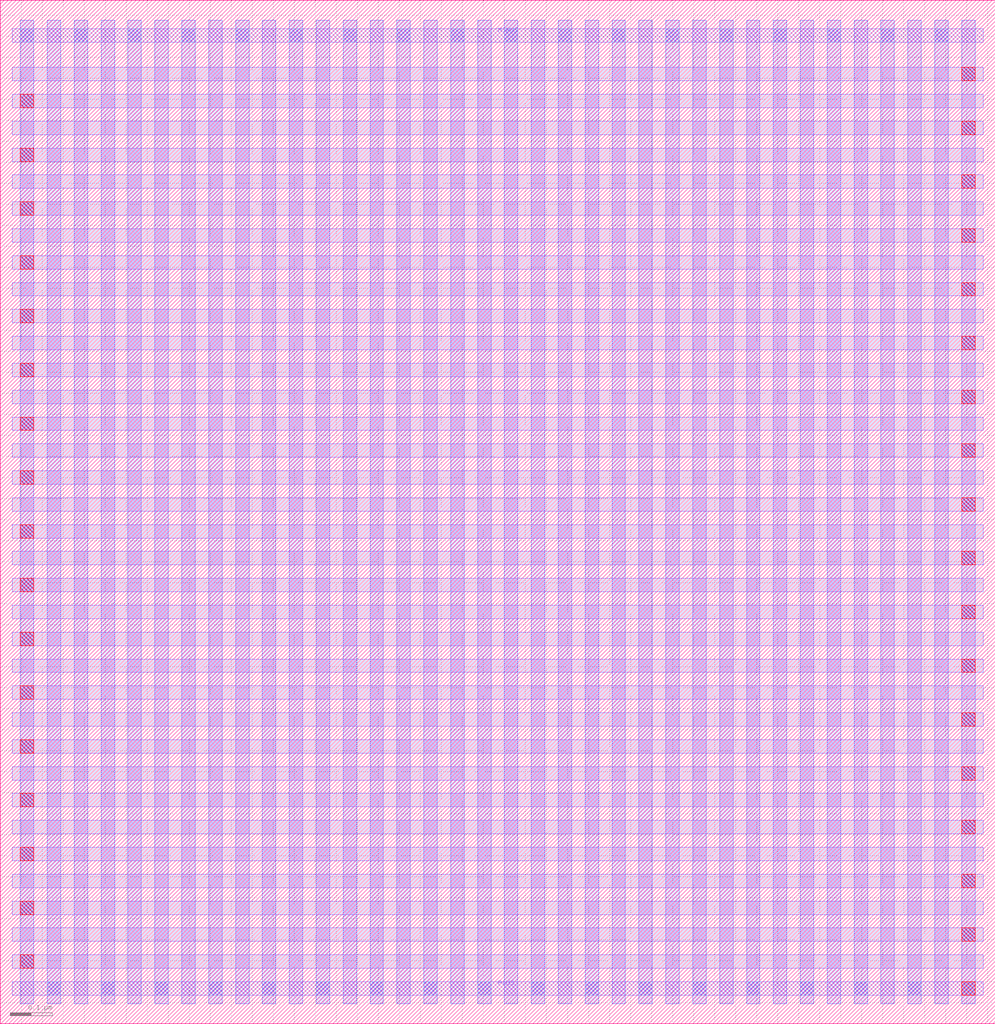
<source format=lef>
MACRO cap_test
  ORIGIN 0 0 ;
  FOREIGN cap_test 0 0 ;
  SIZE 2.3680 BY 2.4360 ;
  PIN PLUS
    DIRECTION INOUT ;
    USE SIGNAL ;
    PORT
      LAYER M2 ;
        RECT 0.0280 0.0680 2.3400 0.1000 ;
    END
  END PLUS
  PIN MINUS
    DIRECTION INOUT ;
    USE SIGNAL ;
    PORT
      LAYER M2 ;
        RECT 0.0280 2.3360 2.3400 2.3680 ;
    END
  END MINUS
  OBS
    LAYER M1 ;
      RECT 0.0480 0.0480 0.0800 2.3880 ;
    LAYER M3 ;
      RECT 0.0480 0.0480 0.0800 2.3880 ;
    LAYER V1 ;
      RECT 0.0480 2.3360 0.0800 2.3680 ;
    LAYER V1 ;
      RECT 0.0480 2.3360 0.0800 2.3680 ;
    LAYER M1 ;
      RECT 0.1120 0.0480 0.1440 2.3880 ;
    LAYER M3 ;
      RECT 0.1120 0.0480 0.1440 2.3880 ;
    LAYER V1 ;
      RECT 0.1120 0.0680 0.1440 0.1000 ;
    LAYER V1 ;
      RECT 0.1120 0.0680 0.1440 0.1000 ;
    LAYER M1 ;
      RECT 0.1760 0.0480 0.2080 2.3880 ;
    LAYER M3 ;
      RECT 0.1760 0.0480 0.2080 2.3880 ;
    LAYER V1 ;
      RECT 0.1760 2.3360 0.2080 2.3680 ;
    LAYER V1 ;
      RECT 0.1760 2.3360 0.2080 2.3680 ;
    LAYER M1 ;
      RECT 0.2400 0.0480 0.2720 2.3880 ;
    LAYER M3 ;
      RECT 0.2400 0.0480 0.2720 2.3880 ;
    LAYER V1 ;
      RECT 0.2400 0.0680 0.2720 0.1000 ;
    LAYER V1 ;
      RECT 0.2400 0.0680 0.2720 0.1000 ;
    LAYER M1 ;
      RECT 0.3040 0.0480 0.3360 2.3880 ;
    LAYER M3 ;
      RECT 0.3040 0.0480 0.3360 2.3880 ;
    LAYER V1 ;
      RECT 0.3040 2.3360 0.3360 2.3680 ;
    LAYER V1 ;
      RECT 0.3040 2.3360 0.3360 2.3680 ;
    LAYER M1 ;
      RECT 0.3680 0.0480 0.4000 2.3880 ;
    LAYER M3 ;
      RECT 0.3680 0.0480 0.4000 2.3880 ;
    LAYER V1 ;
      RECT 0.3680 0.0680 0.4000 0.1000 ;
    LAYER V1 ;
      RECT 0.3680 0.0680 0.4000 0.1000 ;
    LAYER M1 ;
      RECT 0.4320 0.0480 0.4640 2.3880 ;
    LAYER M3 ;
      RECT 0.4320 0.0480 0.4640 2.3880 ;
    LAYER V1 ;
      RECT 0.4320 2.3360 0.4640 2.3680 ;
    LAYER V1 ;
      RECT 0.4320 2.3360 0.4640 2.3680 ;
    LAYER M1 ;
      RECT 0.4960 0.0480 0.5280 2.3880 ;
    LAYER M3 ;
      RECT 0.4960 0.0480 0.5280 2.3880 ;
    LAYER V1 ;
      RECT 0.4960 0.0680 0.5280 0.1000 ;
    LAYER V1 ;
      RECT 0.4960 0.0680 0.5280 0.1000 ;
    LAYER M1 ;
      RECT 0.5600 0.0480 0.5920 2.3880 ;
    LAYER M3 ;
      RECT 0.5600 0.0480 0.5920 2.3880 ;
    LAYER V1 ;
      RECT 0.5600 2.3360 0.5920 2.3680 ;
    LAYER V1 ;
      RECT 0.5600 2.3360 0.5920 2.3680 ;
    LAYER M1 ;
      RECT 0.6240 0.0480 0.6560 2.3880 ;
    LAYER M3 ;
      RECT 0.6240 0.0480 0.6560 2.3880 ;
    LAYER V1 ;
      RECT 0.6240 0.0680 0.6560 0.1000 ;
    LAYER V1 ;
      RECT 0.6240 0.0680 0.6560 0.1000 ;
    LAYER M1 ;
      RECT 0.6880 0.0480 0.7200 2.3880 ;
    LAYER M3 ;
      RECT 0.6880 0.0480 0.7200 2.3880 ;
    LAYER V1 ;
      RECT 0.6880 2.3360 0.7200 2.3680 ;
    LAYER V1 ;
      RECT 0.6880 2.3360 0.7200 2.3680 ;
    LAYER M1 ;
      RECT 0.7520 0.0480 0.7840 2.3880 ;
    LAYER M3 ;
      RECT 0.7520 0.0480 0.7840 2.3880 ;
    LAYER V1 ;
      RECT 0.7520 0.0680 0.7840 0.1000 ;
    LAYER V1 ;
      RECT 0.7520 0.0680 0.7840 0.1000 ;
    LAYER M1 ;
      RECT 0.8160 0.0480 0.8480 2.3880 ;
    LAYER M3 ;
      RECT 0.8160 0.0480 0.8480 2.3880 ;
    LAYER V1 ;
      RECT 0.8160 2.3360 0.8480 2.3680 ;
    LAYER V1 ;
      RECT 0.8160 2.3360 0.8480 2.3680 ;
    LAYER M1 ;
      RECT 0.8800 0.0480 0.9120 2.3880 ;
    LAYER M3 ;
      RECT 0.8800 0.0480 0.9120 2.3880 ;
    LAYER V1 ;
      RECT 0.8800 0.0680 0.9120 0.1000 ;
    LAYER V1 ;
      RECT 0.8800 0.0680 0.9120 0.1000 ;
    LAYER M1 ;
      RECT 0.9440 0.0480 0.9760 2.3880 ;
    LAYER M3 ;
      RECT 0.9440 0.0480 0.9760 2.3880 ;
    LAYER V1 ;
      RECT 0.9440 2.3360 0.9760 2.3680 ;
    LAYER V1 ;
      RECT 0.9440 2.3360 0.9760 2.3680 ;
    LAYER M1 ;
      RECT 1.0080 0.0480 1.0400 2.3880 ;
    LAYER M3 ;
      RECT 1.0080 0.0480 1.0400 2.3880 ;
    LAYER V1 ;
      RECT 1.0080 0.0680 1.0400 0.1000 ;
    LAYER V1 ;
      RECT 1.0080 0.0680 1.0400 0.1000 ;
    LAYER M1 ;
      RECT 1.0720 0.0480 1.1040 2.3880 ;
    LAYER M3 ;
      RECT 1.0720 0.0480 1.1040 2.3880 ;
    LAYER V1 ;
      RECT 1.0720 2.3360 1.1040 2.3680 ;
    LAYER V1 ;
      RECT 1.0720 2.3360 1.1040 2.3680 ;
    LAYER M1 ;
      RECT 1.1360 0.0480 1.1680 2.3880 ;
    LAYER M3 ;
      RECT 1.1360 0.0480 1.1680 2.3880 ;
    LAYER V1 ;
      RECT 1.1360 0.0680 1.1680 0.1000 ;
    LAYER V1 ;
      RECT 1.1360 0.0680 1.1680 0.1000 ;
    LAYER M1 ;
      RECT 1.2000 0.0480 1.2320 2.3880 ;
    LAYER M3 ;
      RECT 1.2000 0.0480 1.2320 2.3880 ;
    LAYER V1 ;
      RECT 1.2000 2.3360 1.2320 2.3680 ;
    LAYER V1 ;
      RECT 1.2000 2.3360 1.2320 2.3680 ;
    LAYER M1 ;
      RECT 1.2640 0.0480 1.2960 2.3880 ;
    LAYER M3 ;
      RECT 1.2640 0.0480 1.2960 2.3880 ;
    LAYER V1 ;
      RECT 1.2640 0.0680 1.2960 0.1000 ;
    LAYER V1 ;
      RECT 1.2640 0.0680 1.2960 0.1000 ;
    LAYER M1 ;
      RECT 1.3280 0.0480 1.3600 2.3880 ;
    LAYER M3 ;
      RECT 1.3280 0.0480 1.3600 2.3880 ;
    LAYER V1 ;
      RECT 1.3280 2.3360 1.3600 2.3680 ;
    LAYER V1 ;
      RECT 1.3280 2.3360 1.3600 2.3680 ;
    LAYER M1 ;
      RECT 1.3920 0.0480 1.4240 2.3880 ;
    LAYER M3 ;
      RECT 1.3920 0.0480 1.4240 2.3880 ;
    LAYER V1 ;
      RECT 1.3920 0.0680 1.4240 0.1000 ;
    LAYER V1 ;
      RECT 1.3920 0.0680 1.4240 0.1000 ;
    LAYER M1 ;
      RECT 1.4560 0.0480 1.4880 2.3880 ;
    LAYER M3 ;
      RECT 1.4560 0.0480 1.4880 2.3880 ;
    LAYER V1 ;
      RECT 1.4560 2.3360 1.4880 2.3680 ;
    LAYER V1 ;
      RECT 1.4560 2.3360 1.4880 2.3680 ;
    LAYER M1 ;
      RECT 1.5200 0.0480 1.5520 2.3880 ;
    LAYER M3 ;
      RECT 1.5200 0.0480 1.5520 2.3880 ;
    LAYER V1 ;
      RECT 1.5200 0.0680 1.5520 0.1000 ;
    LAYER V1 ;
      RECT 1.5200 0.0680 1.5520 0.1000 ;
    LAYER M1 ;
      RECT 1.5840 0.0480 1.6160 2.3880 ;
    LAYER M3 ;
      RECT 1.5840 0.0480 1.6160 2.3880 ;
    LAYER V1 ;
      RECT 1.5840 2.3360 1.6160 2.3680 ;
    LAYER V1 ;
      RECT 1.5840 2.3360 1.6160 2.3680 ;
    LAYER M1 ;
      RECT 1.6480 0.0480 1.6800 2.3880 ;
    LAYER M3 ;
      RECT 1.6480 0.0480 1.6800 2.3880 ;
    LAYER V1 ;
      RECT 1.6480 0.0680 1.6800 0.1000 ;
    LAYER V1 ;
      RECT 1.6480 0.0680 1.6800 0.1000 ;
    LAYER M1 ;
      RECT 1.7120 0.0480 1.7440 2.3880 ;
    LAYER M3 ;
      RECT 1.7120 0.0480 1.7440 2.3880 ;
    LAYER V1 ;
      RECT 1.7120 2.3360 1.7440 2.3680 ;
    LAYER V1 ;
      RECT 1.7120 2.3360 1.7440 2.3680 ;
    LAYER M1 ;
      RECT 1.7760 0.0480 1.8080 2.3880 ;
    LAYER M3 ;
      RECT 1.7760 0.0480 1.8080 2.3880 ;
    LAYER V1 ;
      RECT 1.7760 0.0680 1.8080 0.1000 ;
    LAYER V1 ;
      RECT 1.7760 0.0680 1.8080 0.1000 ;
    LAYER M1 ;
      RECT 1.8400 0.0480 1.8720 2.3880 ;
    LAYER M3 ;
      RECT 1.8400 0.0480 1.8720 2.3880 ;
    LAYER V1 ;
      RECT 1.8400 2.3360 1.8720 2.3680 ;
    LAYER V1 ;
      RECT 1.8400 2.3360 1.8720 2.3680 ;
    LAYER M1 ;
      RECT 1.9040 0.0480 1.9360 2.3880 ;
    LAYER M3 ;
      RECT 1.9040 0.0480 1.9360 2.3880 ;
    LAYER V1 ;
      RECT 1.9040 0.0680 1.9360 0.1000 ;
    LAYER V1 ;
      RECT 1.9040 0.0680 1.9360 0.1000 ;
    LAYER M1 ;
      RECT 1.9680 0.0480 2.0000 2.3880 ;
    LAYER M3 ;
      RECT 1.9680 0.0480 2.0000 2.3880 ;
    LAYER V1 ;
      RECT 1.9680 2.3360 2.0000 2.3680 ;
    LAYER V1 ;
      RECT 1.9680 2.3360 2.0000 2.3680 ;
    LAYER M1 ;
      RECT 2.0320 0.0480 2.0640 2.3880 ;
    LAYER M3 ;
      RECT 2.0320 0.0480 2.0640 2.3880 ;
    LAYER V1 ;
      RECT 2.0320 0.0680 2.0640 0.1000 ;
    LAYER V1 ;
      RECT 2.0320 0.0680 2.0640 0.1000 ;
    LAYER M1 ;
      RECT 2.0960 0.0480 2.1280 2.3880 ;
    LAYER M3 ;
      RECT 2.0960 0.0480 2.1280 2.3880 ;
    LAYER V1 ;
      RECT 2.0960 2.3360 2.1280 2.3680 ;
    LAYER V1 ;
      RECT 2.0960 2.3360 2.1280 2.3680 ;
    LAYER M1 ;
      RECT 2.1600 0.0480 2.1920 2.3880 ;
    LAYER M3 ;
      RECT 2.1600 0.0480 2.1920 2.3880 ;
    LAYER V1 ;
      RECT 2.1600 0.0680 2.1920 0.1000 ;
    LAYER V1 ;
      RECT 2.1600 0.0680 2.1920 0.1000 ;
    LAYER M1 ;
      RECT 2.2240 0.0480 2.2560 2.3880 ;
    LAYER M3 ;
      RECT 2.2240 0.0480 2.2560 2.3880 ;
    LAYER V1 ;
      RECT 2.2240 2.3360 2.2560 2.3680 ;
    LAYER V1 ;
      RECT 2.2240 2.3360 2.2560 2.3680 ;
    LAYER M1 ;
      RECT 2.2880 0.0480 2.3200 2.3880 ;
    LAYER M3 ;
      RECT 2.2880 0.0480 2.3200 2.3880 ;
    LAYER V1 ;
      RECT 2.2880 0.0680 2.3200 0.1000 ;
    LAYER V1 ;
      RECT 2.2880 0.0680 2.3200 0.1000 ;
    LAYER V1 ;
      RECT 2.2880 0.0680 2.3200 0.1000 ;
    LAYER V2 ;
      RECT 2.2880 0.0680 2.3200 0.1000 ;
    LAYER V1 ;
      RECT 0.0480 0.1320 0.0800 0.1640 ;
    LAYER V2 ;
      RECT 0.0480 0.1320 0.0800 0.1640 ;
    LAYER M2 ;
      RECT 0.0280 0.1320 2.3400 0.1640 ;
    LAYER V1 ;
      RECT 2.2880 0.1960 2.3200 0.2280 ;
    LAYER V2 ;
      RECT 2.2880 0.1960 2.3200 0.2280 ;
    LAYER M2 ;
      RECT 0.0280 0.1960 2.3400 0.2280 ;
    LAYER V1 ;
      RECT 0.0480 0.2600 0.0800 0.2920 ;
    LAYER V2 ;
      RECT 0.0480 0.2600 0.0800 0.2920 ;
    LAYER M2 ;
      RECT 0.0280 0.2600 2.3400 0.2920 ;
    LAYER V1 ;
      RECT 2.2880 0.3240 2.3200 0.3560 ;
    LAYER V2 ;
      RECT 2.2880 0.3240 2.3200 0.3560 ;
    LAYER M2 ;
      RECT 0.0280 0.3240 2.3400 0.3560 ;
    LAYER V1 ;
      RECT 0.0480 0.3880 0.0800 0.4200 ;
    LAYER V2 ;
      RECT 0.0480 0.3880 0.0800 0.4200 ;
    LAYER M2 ;
      RECT 0.0280 0.3880 2.3400 0.4200 ;
    LAYER V1 ;
      RECT 2.2880 0.4520 2.3200 0.4840 ;
    LAYER V2 ;
      RECT 2.2880 0.4520 2.3200 0.4840 ;
    LAYER M2 ;
      RECT 0.0280 0.4520 2.3400 0.4840 ;
    LAYER V1 ;
      RECT 0.0480 0.5160 0.0800 0.5480 ;
    LAYER V2 ;
      RECT 0.0480 0.5160 0.0800 0.5480 ;
    LAYER M2 ;
      RECT 0.0280 0.5160 2.3400 0.5480 ;
    LAYER V1 ;
      RECT 2.2880 0.5800 2.3200 0.6120 ;
    LAYER V2 ;
      RECT 2.2880 0.5800 2.3200 0.6120 ;
    LAYER M2 ;
      RECT 0.0280 0.5800 2.3400 0.6120 ;
    LAYER V1 ;
      RECT 0.0480 0.6440 0.0800 0.6760 ;
    LAYER V2 ;
      RECT 0.0480 0.6440 0.0800 0.6760 ;
    LAYER M2 ;
      RECT 0.0280 0.6440 2.3400 0.6760 ;
    LAYER V1 ;
      RECT 2.2880 0.7080 2.3200 0.7400 ;
    LAYER V2 ;
      RECT 2.2880 0.7080 2.3200 0.7400 ;
    LAYER M2 ;
      RECT 0.0280 0.7080 2.3400 0.7400 ;
    LAYER V1 ;
      RECT 0.0480 0.7720 0.0800 0.8040 ;
    LAYER V2 ;
      RECT 0.0480 0.7720 0.0800 0.8040 ;
    LAYER M2 ;
      RECT 0.0280 0.7720 2.3400 0.8040 ;
    LAYER V1 ;
      RECT 2.2880 0.8360 2.3200 0.8680 ;
    LAYER V2 ;
      RECT 2.2880 0.8360 2.3200 0.8680 ;
    LAYER M2 ;
      RECT 0.0280 0.8360 2.3400 0.8680 ;
    LAYER V1 ;
      RECT 0.0480 0.9000 0.0800 0.9320 ;
    LAYER V2 ;
      RECT 0.0480 0.9000 0.0800 0.9320 ;
    LAYER M2 ;
      RECT 0.0280 0.9000 2.3400 0.9320 ;
    LAYER V1 ;
      RECT 2.2880 0.9640 2.3200 0.9960 ;
    LAYER V2 ;
      RECT 2.2880 0.9640 2.3200 0.9960 ;
    LAYER M2 ;
      RECT 0.0280 0.9640 2.3400 0.9960 ;
    LAYER V1 ;
      RECT 0.0480 1.0280 0.0800 1.0600 ;
    LAYER V2 ;
      RECT 0.0480 1.0280 0.0800 1.0600 ;
    LAYER M2 ;
      RECT 0.0280 1.0280 2.3400 1.0600 ;
    LAYER V1 ;
      RECT 2.2880 1.0920 2.3200 1.1240 ;
    LAYER V2 ;
      RECT 2.2880 1.0920 2.3200 1.1240 ;
    LAYER M2 ;
      RECT 0.0280 1.0920 2.3400 1.1240 ;
    LAYER V1 ;
      RECT 0.0480 1.1560 0.0800 1.1880 ;
    LAYER V2 ;
      RECT 0.0480 1.1560 0.0800 1.1880 ;
    LAYER M2 ;
      RECT 0.0280 1.1560 2.3400 1.1880 ;
    LAYER V1 ;
      RECT 2.2880 1.2200 2.3200 1.2520 ;
    LAYER V2 ;
      RECT 2.2880 1.2200 2.3200 1.2520 ;
    LAYER M2 ;
      RECT 0.0280 1.2200 2.3400 1.2520 ;
    LAYER V1 ;
      RECT 0.0480 1.2840 0.0800 1.3160 ;
    LAYER V2 ;
      RECT 0.0480 1.2840 0.0800 1.3160 ;
    LAYER M2 ;
      RECT 0.0280 1.2840 2.3400 1.3160 ;
    LAYER V1 ;
      RECT 2.2880 1.3480 2.3200 1.3800 ;
    LAYER V2 ;
      RECT 2.2880 1.3480 2.3200 1.3800 ;
    LAYER M2 ;
      RECT 0.0280 1.3480 2.3400 1.3800 ;
    LAYER V1 ;
      RECT 0.0480 1.4120 0.0800 1.4440 ;
    LAYER V2 ;
      RECT 0.0480 1.4120 0.0800 1.4440 ;
    LAYER M2 ;
      RECT 0.0280 1.4120 2.3400 1.4440 ;
    LAYER V1 ;
      RECT 2.2880 1.4760 2.3200 1.5080 ;
    LAYER V2 ;
      RECT 2.2880 1.4760 2.3200 1.5080 ;
    LAYER M2 ;
      RECT 0.0280 1.4760 2.3400 1.5080 ;
    LAYER V1 ;
      RECT 0.0480 1.5400 0.0800 1.5720 ;
    LAYER V2 ;
      RECT 0.0480 1.5400 0.0800 1.5720 ;
    LAYER M2 ;
      RECT 0.0280 1.5400 2.3400 1.5720 ;
    LAYER V1 ;
      RECT 2.2880 1.6040 2.3200 1.6360 ;
    LAYER V2 ;
      RECT 2.2880 1.6040 2.3200 1.6360 ;
    LAYER M2 ;
      RECT 0.0280 1.6040 2.3400 1.6360 ;
    LAYER V1 ;
      RECT 0.0480 1.6680 0.0800 1.7000 ;
    LAYER V2 ;
      RECT 0.0480 1.6680 0.0800 1.7000 ;
    LAYER M2 ;
      RECT 0.0280 1.6680 2.3400 1.7000 ;
    LAYER V1 ;
      RECT 2.2880 1.7320 2.3200 1.7640 ;
    LAYER V2 ;
      RECT 2.2880 1.7320 2.3200 1.7640 ;
    LAYER M2 ;
      RECT 0.0280 1.7320 2.3400 1.7640 ;
    LAYER V1 ;
      RECT 0.0480 1.7960 0.0800 1.8280 ;
    LAYER V2 ;
      RECT 0.0480 1.7960 0.0800 1.8280 ;
    LAYER M2 ;
      RECT 0.0280 1.7960 2.3400 1.8280 ;
    LAYER V1 ;
      RECT 2.2880 1.8600 2.3200 1.8920 ;
    LAYER V2 ;
      RECT 2.2880 1.8600 2.3200 1.8920 ;
    LAYER M2 ;
      RECT 0.0280 1.8600 2.3400 1.8920 ;
    LAYER V1 ;
      RECT 0.0480 1.9240 0.0800 1.9560 ;
    LAYER V2 ;
      RECT 0.0480 1.9240 0.0800 1.9560 ;
    LAYER M2 ;
      RECT 0.0280 1.9240 2.3400 1.9560 ;
    LAYER V1 ;
      RECT 2.2880 1.9880 2.3200 2.0200 ;
    LAYER V2 ;
      RECT 2.2880 1.9880 2.3200 2.0200 ;
    LAYER M2 ;
      RECT 0.0280 1.9880 2.3400 2.0200 ;
    LAYER V1 ;
      RECT 0.0480 2.0520 0.0800 2.0840 ;
    LAYER V2 ;
      RECT 0.0480 2.0520 0.0800 2.0840 ;
    LAYER M2 ;
      RECT 0.0280 2.0520 2.3400 2.0840 ;
    LAYER V1 ;
      RECT 2.2880 2.1160 2.3200 2.1480 ;
    LAYER V2 ;
      RECT 2.2880 2.1160 2.3200 2.1480 ;
    LAYER M2 ;
      RECT 0.0280 2.1160 2.3400 2.1480 ;
    LAYER V1 ;
      RECT 0.0480 2.1800 0.0800 2.2120 ;
    LAYER V2 ;
      RECT 0.0480 2.1800 0.0800 2.2120 ;
    LAYER M2 ;
      RECT 0.0280 2.1800 2.3400 2.2120 ;
    LAYER V1 ;
      RECT 2.2880 2.2440 2.3200 2.2760 ;
    LAYER V2 ;
      RECT 2.2880 2.2440 2.3200 2.2760 ;
    LAYER M2 ;
      RECT 0.0280 2.2440 2.3400 2.2760 ;
    LAYER boundary ;
      RECT 0.0000 0.0000 2.3680 2.4360 ;
  END
END cap_test

</source>
